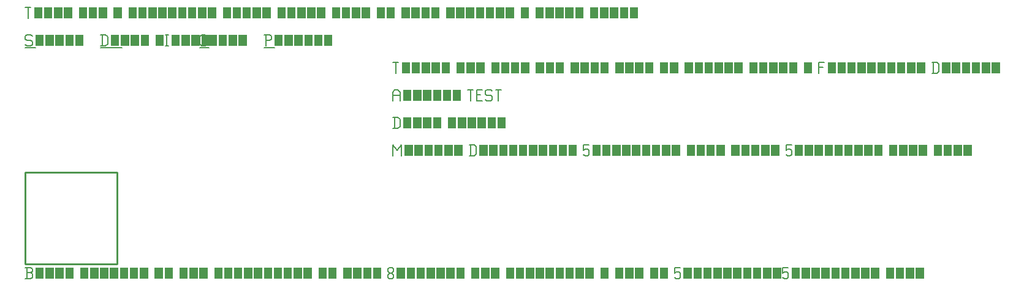
<source format=gbr>
G04 start of page 6 for group -1 layer_idx 268435461 *
G04 Title: one line per each type of copper layer, <virtual group> *
G04 Creator: <version>
G04 CreationDate: <date>
G04 For: TEST *
G04 Format: Gerber/RS-274X *
G04 PCB-Dimensions: 50000 50000 *
G04 PCB-Coordinate-Origin: lower left *
%MOIN*%
%FSLAX25Y25*%
%LNLOGICAL_VIRTUAL_FAB_NONE*%
%ADD17C,0.0100*%
%ADD16C,0.0001*%
%ADD15C,0.0060*%
G54D15*X3000Y125000D02*X3750Y124250D01*
X750Y125000D02*X3000D01*
X0Y124250D02*X750Y125000D01*
X0Y124250D02*Y122750D01*
X750Y122000D01*
X3000D01*
X3750Y121250D01*
Y119750D01*
X3000Y119000D02*X3750Y119750D01*
X750Y119000D02*X3000D01*
X0Y119750D02*X750Y119000D01*
G54D16*G36*
X5550Y125000D02*X10050D01*
Y119000D01*
X5550D01*
Y125000D01*
G37*
G36*
X10950D02*X15450D01*
Y119000D01*
X10950D01*
Y125000D01*
G37*
G36*
X16350D02*X20850D01*
Y119000D01*
X16350D01*
Y125000D01*
G37*
G36*
X21750D02*X26250D01*
Y119000D01*
X21750D01*
Y125000D01*
G37*
G36*
X27150D02*X31650D01*
Y119000D01*
X27150D01*
Y125000D01*
G37*
G54D15*X0Y118000D02*X5550D01*
X41750Y125000D02*Y119000D01*
X43700Y125000D02*X44750Y123950D01*
Y120050D01*
X43700Y119000D02*X44750Y120050D01*
X41000Y119000D02*X43700D01*
X41000Y125000D02*X43700D01*
G54D16*G36*
X46550D02*X51050D01*
Y119000D01*
X46550D01*
Y125000D01*
G37*
G36*
X51950D02*X56450D01*
Y119000D01*
X51950D01*
Y125000D01*
G37*
G36*
X57350D02*X61850D01*
Y119000D01*
X57350D01*
Y125000D01*
G37*
G36*
X62750D02*X67250D01*
Y119000D01*
X62750D01*
Y125000D01*
G37*
G36*
X70850D02*X75350D01*
Y119000D01*
X70850D01*
Y125000D01*
G37*
G54D15*X76250D02*X77750D01*
X77000D02*Y119000D01*
X76250D02*X77750D01*
G54D16*G36*
X79550Y125000D02*X84050D01*
Y119000D01*
X79550D01*
Y125000D01*
G37*
G36*
X84950D02*X89450D01*
Y119000D01*
X84950D01*
Y125000D01*
G37*
G36*
X90350D02*X94850D01*
Y119000D01*
X90350D01*
Y125000D01*
G37*
G36*
X95750D02*X100250D01*
Y119000D01*
X95750D01*
Y125000D01*
G37*
G54D15*X41000Y118000D02*X52550D01*
X96050Y119000D02*X98000D01*
X95000Y120050D02*X96050Y119000D01*
X95000Y123950D02*Y120050D01*
Y123950D02*X96050Y125000D01*
X98000D01*
G54D16*G36*
X99800D02*X104300D01*
Y119000D01*
X99800D01*
Y125000D01*
G37*
G36*
X105200D02*X109700D01*
Y119000D01*
X105200D01*
Y125000D01*
G37*
G36*
X110600D02*X115100D01*
Y119000D01*
X110600D01*
Y125000D01*
G37*
G36*
X116000D02*X120500D01*
Y119000D01*
X116000D01*
Y125000D01*
G37*
G54D15*X95000Y118000D02*X99800D01*
X130750Y125000D02*Y119000D01*
X130000Y125000D02*X133000D01*
X133750Y124250D01*
Y122750D01*
X133000Y122000D02*X133750Y122750D01*
X130750Y122000D02*X133000D01*
G54D16*G36*
X135550Y125000D02*X140050D01*
Y119000D01*
X135550D01*
Y125000D01*
G37*
G36*
X140950D02*X145450D01*
Y119000D01*
X140950D01*
Y125000D01*
G37*
G36*
X146350D02*X150850D01*
Y119000D01*
X146350D01*
Y125000D01*
G37*
G36*
X151750D02*X156250D01*
Y119000D01*
X151750D01*
Y125000D01*
G37*
G36*
X157150D02*X161650D01*
Y119000D01*
X157150D01*
Y125000D01*
G37*
G36*
X162550D02*X167050D01*
Y119000D01*
X162550D01*
Y125000D01*
G37*
G54D15*X130000Y118000D02*X135550D01*
X0Y140000D02*X3000D01*
X1500D02*Y134000D01*
G54D16*G36*
X4800Y140000D02*X9300D01*
Y134000D01*
X4800D01*
Y140000D01*
G37*
G36*
X10200D02*X14700D01*
Y134000D01*
X10200D01*
Y140000D01*
G37*
G36*
X15600D02*X20100D01*
Y134000D01*
X15600D01*
Y140000D01*
G37*
G36*
X21000D02*X25500D01*
Y134000D01*
X21000D01*
Y140000D01*
G37*
G36*
X29100D02*X33600D01*
Y134000D01*
X29100D01*
Y140000D01*
G37*
G36*
X34500D02*X39000D01*
Y134000D01*
X34500D01*
Y140000D01*
G37*
G36*
X39900D02*X44400D01*
Y134000D01*
X39900D01*
Y140000D01*
G37*
G36*
X48000D02*X52500D01*
Y134000D01*
X48000D01*
Y140000D01*
G37*
G36*
X56100D02*X60600D01*
Y134000D01*
X56100D01*
Y140000D01*
G37*
G36*
X61500D02*X66000D01*
Y134000D01*
X61500D01*
Y140000D01*
G37*
G36*
X66900D02*X71400D01*
Y134000D01*
X66900D01*
Y140000D01*
G37*
G36*
X72300D02*X76800D01*
Y134000D01*
X72300D01*
Y140000D01*
G37*
G36*
X77700D02*X82200D01*
Y134000D01*
X77700D01*
Y140000D01*
G37*
G36*
X83100D02*X87600D01*
Y134000D01*
X83100D01*
Y140000D01*
G37*
G36*
X88500D02*X93000D01*
Y134000D01*
X88500D01*
Y140000D01*
G37*
G36*
X93900D02*X98400D01*
Y134000D01*
X93900D01*
Y140000D01*
G37*
G36*
X99300D02*X103800D01*
Y134000D01*
X99300D01*
Y140000D01*
G37*
G36*
X107400D02*X111900D01*
Y134000D01*
X107400D01*
Y140000D01*
G37*
G36*
X112800D02*X117300D01*
Y134000D01*
X112800D01*
Y140000D01*
G37*
G36*
X118200D02*X122700D01*
Y134000D01*
X118200D01*
Y140000D01*
G37*
G36*
X123600D02*X128100D01*
Y134000D01*
X123600D01*
Y140000D01*
G37*
G36*
X129000D02*X133500D01*
Y134000D01*
X129000D01*
Y140000D01*
G37*
G36*
X137100D02*X141600D01*
Y134000D01*
X137100D01*
Y140000D01*
G37*
G36*
X142500D02*X147000D01*
Y134000D01*
X142500D01*
Y140000D01*
G37*
G36*
X147900D02*X152400D01*
Y134000D01*
X147900D01*
Y140000D01*
G37*
G36*
X153300D02*X157800D01*
Y134000D01*
X153300D01*
Y140000D01*
G37*
G36*
X158700D02*X163200D01*
Y134000D01*
X158700D01*
Y140000D01*
G37*
G36*
X166800D02*X171300D01*
Y134000D01*
X166800D01*
Y140000D01*
G37*
G36*
X172200D02*X176700D01*
Y134000D01*
X172200D01*
Y140000D01*
G37*
G36*
X177600D02*X182100D01*
Y134000D01*
X177600D01*
Y140000D01*
G37*
G36*
X183000D02*X187500D01*
Y134000D01*
X183000D01*
Y140000D01*
G37*
G36*
X191100D02*X195600D01*
Y134000D01*
X191100D01*
Y140000D01*
G37*
G36*
X196500D02*X201000D01*
Y134000D01*
X196500D01*
Y140000D01*
G37*
G36*
X204600D02*X209100D01*
Y134000D01*
X204600D01*
Y140000D01*
G37*
G36*
X210000D02*X214500D01*
Y134000D01*
X210000D01*
Y140000D01*
G37*
G36*
X215400D02*X219900D01*
Y134000D01*
X215400D01*
Y140000D01*
G37*
G36*
X220800D02*X225300D01*
Y134000D01*
X220800D01*
Y140000D01*
G37*
G36*
X228900D02*X233400D01*
Y134000D01*
X228900D01*
Y140000D01*
G37*
G36*
X234300D02*X238800D01*
Y134000D01*
X234300D01*
Y140000D01*
G37*
G36*
X239700D02*X244200D01*
Y134000D01*
X239700D01*
Y140000D01*
G37*
G36*
X245100D02*X249600D01*
Y134000D01*
X245100D01*
Y140000D01*
G37*
G36*
X250500D02*X255000D01*
Y134000D01*
X250500D01*
Y140000D01*
G37*
G36*
X255900D02*X260400D01*
Y134000D01*
X255900D01*
Y140000D01*
G37*
G36*
X261300D02*X265800D01*
Y134000D01*
X261300D01*
Y140000D01*
G37*
G36*
X269400D02*X273900D01*
Y134000D01*
X269400D01*
Y140000D01*
G37*
G36*
X277500D02*X282000D01*
Y134000D01*
X277500D01*
Y140000D01*
G37*
G36*
X282900D02*X287400D01*
Y134000D01*
X282900D01*
Y140000D01*
G37*
G36*
X288300D02*X292800D01*
Y134000D01*
X288300D01*
Y140000D01*
G37*
G36*
X293700D02*X298200D01*
Y134000D01*
X293700D01*
Y140000D01*
G37*
G36*
X299100D02*X303600D01*
Y134000D01*
X299100D01*
Y140000D01*
G37*
G36*
X307200D02*X311700D01*
Y134000D01*
X307200D01*
Y140000D01*
G37*
G36*
X312600D02*X317100D01*
Y134000D01*
X312600D01*
Y140000D01*
G37*
G36*
X318000D02*X322500D01*
Y134000D01*
X318000D01*
Y140000D01*
G37*
G36*
X323400D02*X327900D01*
Y134000D01*
X323400D01*
Y140000D01*
G37*
G36*
X328800D02*X333300D01*
Y134000D01*
X328800D01*
Y140000D01*
G37*
G54D17*X0Y50000D02*X50000D01*
X0D02*Y0D01*
X50000Y50000D02*Y0D01*
X0D02*X50000D01*
G54D15*X200000Y65000D02*Y59000D01*
Y65000D02*X202250Y62000D01*
X204500Y65000D01*
Y59000D01*
G54D16*G36*
X206300Y65000D02*X210800D01*
Y59000D01*
X206300D01*
Y65000D01*
G37*
G36*
X211700D02*X216200D01*
Y59000D01*
X211700D01*
Y65000D01*
G37*
G36*
X217100D02*X221600D01*
Y59000D01*
X217100D01*
Y65000D01*
G37*
G36*
X222500D02*X227000D01*
Y59000D01*
X222500D01*
Y65000D01*
G37*
G36*
X227900D02*X232400D01*
Y59000D01*
X227900D01*
Y65000D01*
G37*
G36*
X233300D02*X237800D01*
Y59000D01*
X233300D01*
Y65000D01*
G37*
G54D15*X242150D02*Y59000D01*
X244100Y65000D02*X245150Y63950D01*
Y60050D01*
X244100Y59000D02*X245150Y60050D01*
X241400Y59000D02*X244100D01*
X241400Y65000D02*X244100D01*
G54D16*G36*
X246950D02*X251450D01*
Y59000D01*
X246950D01*
Y65000D01*
G37*
G36*
X252350D02*X256850D01*
Y59000D01*
X252350D01*
Y65000D01*
G37*
G36*
X257750D02*X262250D01*
Y59000D01*
X257750D01*
Y65000D01*
G37*
G36*
X263150D02*X267650D01*
Y59000D01*
X263150D01*
Y65000D01*
G37*
G36*
X268550D02*X273050D01*
Y59000D01*
X268550D01*
Y65000D01*
G37*
G36*
X273950D02*X278450D01*
Y59000D01*
X273950D01*
Y65000D01*
G37*
G36*
X279350D02*X283850D01*
Y59000D01*
X279350D01*
Y65000D01*
G37*
G36*
X284750D02*X289250D01*
Y59000D01*
X284750D01*
Y65000D01*
G37*
G36*
X290150D02*X294650D01*
Y59000D01*
X290150D01*
Y65000D01*
G37*
G36*
X295550D02*X300050D01*
Y59000D01*
X295550D01*
Y65000D01*
G37*
G54D15*X303650D02*X306650D01*
X303650D02*Y62000D01*
X304400Y62750D01*
X305900D01*
X306650Y62000D01*
Y59750D01*
X305900Y59000D02*X306650Y59750D01*
X304400Y59000D02*X305900D01*
X303650Y59750D02*X304400Y59000D01*
G54D16*G36*
X308450Y65000D02*X312950D01*
Y59000D01*
X308450D01*
Y65000D01*
G37*
G36*
X313850D02*X318350D01*
Y59000D01*
X313850D01*
Y65000D01*
G37*
G36*
X319250D02*X323750D01*
Y59000D01*
X319250D01*
Y65000D01*
G37*
G36*
X324650D02*X329150D01*
Y59000D01*
X324650D01*
Y65000D01*
G37*
G36*
X330050D02*X334550D01*
Y59000D01*
X330050D01*
Y65000D01*
G37*
G36*
X335450D02*X339950D01*
Y59000D01*
X335450D01*
Y65000D01*
G37*
G36*
X340850D02*X345350D01*
Y59000D01*
X340850D01*
Y65000D01*
G37*
G36*
X346250D02*X350750D01*
Y59000D01*
X346250D01*
Y65000D01*
G37*
G36*
X351650D02*X356150D01*
Y59000D01*
X351650D01*
Y65000D01*
G37*
G36*
X359750D02*X364250D01*
Y59000D01*
X359750D01*
Y65000D01*
G37*
G36*
X365150D02*X369650D01*
Y59000D01*
X365150D01*
Y65000D01*
G37*
G36*
X370550D02*X375050D01*
Y59000D01*
X370550D01*
Y65000D01*
G37*
G36*
X375950D02*X380450D01*
Y59000D01*
X375950D01*
Y65000D01*
G37*
G36*
X384050D02*X388550D01*
Y59000D01*
X384050D01*
Y65000D01*
G37*
G36*
X389450D02*X393950D01*
Y59000D01*
X389450D01*
Y65000D01*
G37*
G36*
X394850D02*X399350D01*
Y59000D01*
X394850D01*
Y65000D01*
G37*
G36*
X400250D02*X404750D01*
Y59000D01*
X400250D01*
Y65000D01*
G37*
G36*
X405650D02*X410150D01*
Y59000D01*
X405650D01*
Y65000D01*
G37*
G54D15*X413750D02*X416750D01*
X413750D02*Y62000D01*
X414500Y62750D01*
X416000D01*
X416750Y62000D01*
Y59750D01*
X416000Y59000D02*X416750Y59750D01*
X414500Y59000D02*X416000D01*
X413750Y59750D02*X414500Y59000D01*
G54D16*G36*
X418550Y65000D02*X423050D01*
Y59000D01*
X418550D01*
Y65000D01*
G37*
G36*
X423950D02*X428450D01*
Y59000D01*
X423950D01*
Y65000D01*
G37*
G36*
X429350D02*X433850D01*
Y59000D01*
X429350D01*
Y65000D01*
G37*
G36*
X434750D02*X439250D01*
Y59000D01*
X434750D01*
Y65000D01*
G37*
G36*
X440150D02*X444650D01*
Y59000D01*
X440150D01*
Y65000D01*
G37*
G36*
X445550D02*X450050D01*
Y59000D01*
X445550D01*
Y65000D01*
G37*
G36*
X450950D02*X455450D01*
Y59000D01*
X450950D01*
Y65000D01*
G37*
G36*
X456350D02*X460850D01*
Y59000D01*
X456350D01*
Y65000D01*
G37*
G36*
X461750D02*X466250D01*
Y59000D01*
X461750D01*
Y65000D01*
G37*
G36*
X469850D02*X474350D01*
Y59000D01*
X469850D01*
Y65000D01*
G37*
G36*
X475250D02*X479750D01*
Y59000D01*
X475250D01*
Y65000D01*
G37*
G36*
X480650D02*X485150D01*
Y59000D01*
X480650D01*
Y65000D01*
G37*
G36*
X486050D02*X490550D01*
Y59000D01*
X486050D01*
Y65000D01*
G37*
G36*
X494150D02*X498650D01*
Y59000D01*
X494150D01*
Y65000D01*
G37*
G36*
X499550D02*X504050D01*
Y59000D01*
X499550D01*
Y65000D01*
G37*
G36*
X504950D02*X509450D01*
Y59000D01*
X504950D01*
Y65000D01*
G37*
G36*
X510350D02*X514850D01*
Y59000D01*
X510350D01*
Y65000D01*
G37*
G54D15*X0Y-8000D02*X3000D01*
X3750Y-7250D01*
Y-5450D02*Y-7250D01*
X3000Y-4700D02*X3750Y-5450D01*
X750Y-4700D02*X3000D01*
X750Y-2000D02*Y-8000D01*
X0Y-2000D02*X3000D01*
X3750Y-2750D01*
Y-3950D01*
X3000Y-4700D02*X3750Y-3950D01*
G54D16*G36*
X5550Y-2000D02*X10050D01*
Y-8000D01*
X5550D01*
Y-2000D01*
G37*
G36*
X10950D02*X15450D01*
Y-8000D01*
X10950D01*
Y-2000D01*
G37*
G36*
X16350D02*X20850D01*
Y-8000D01*
X16350D01*
Y-2000D01*
G37*
G36*
X21750D02*X26250D01*
Y-8000D01*
X21750D01*
Y-2000D01*
G37*
G36*
X29850D02*X34350D01*
Y-8000D01*
X29850D01*
Y-2000D01*
G37*
G36*
X35250D02*X39750D01*
Y-8000D01*
X35250D01*
Y-2000D01*
G37*
G36*
X40650D02*X45150D01*
Y-8000D01*
X40650D01*
Y-2000D01*
G37*
G36*
X46050D02*X50550D01*
Y-8000D01*
X46050D01*
Y-2000D01*
G37*
G36*
X51450D02*X55950D01*
Y-8000D01*
X51450D01*
Y-2000D01*
G37*
G36*
X56850D02*X61350D01*
Y-8000D01*
X56850D01*
Y-2000D01*
G37*
G36*
X62250D02*X66750D01*
Y-8000D01*
X62250D01*
Y-2000D01*
G37*
G36*
X70350D02*X74850D01*
Y-8000D01*
X70350D01*
Y-2000D01*
G37*
G36*
X75750D02*X80250D01*
Y-8000D01*
X75750D01*
Y-2000D01*
G37*
G36*
X83850D02*X88350D01*
Y-8000D01*
X83850D01*
Y-2000D01*
G37*
G36*
X89250D02*X93750D01*
Y-8000D01*
X89250D01*
Y-2000D01*
G37*
G36*
X94650D02*X99150D01*
Y-8000D01*
X94650D01*
Y-2000D01*
G37*
G36*
X102750D02*X107250D01*
Y-8000D01*
X102750D01*
Y-2000D01*
G37*
G36*
X108150D02*X112650D01*
Y-8000D01*
X108150D01*
Y-2000D01*
G37*
G36*
X113550D02*X118050D01*
Y-8000D01*
X113550D01*
Y-2000D01*
G37*
G36*
X118950D02*X123450D01*
Y-8000D01*
X118950D01*
Y-2000D01*
G37*
G36*
X124350D02*X128850D01*
Y-8000D01*
X124350D01*
Y-2000D01*
G37*
G36*
X129750D02*X134250D01*
Y-8000D01*
X129750D01*
Y-2000D01*
G37*
G36*
X135150D02*X139650D01*
Y-8000D01*
X135150D01*
Y-2000D01*
G37*
G36*
X140550D02*X145050D01*
Y-8000D01*
X140550D01*
Y-2000D01*
G37*
G36*
X145950D02*X150450D01*
Y-8000D01*
X145950D01*
Y-2000D01*
G37*
G36*
X151350D02*X155850D01*
Y-8000D01*
X151350D01*
Y-2000D01*
G37*
G36*
X159450D02*X163950D01*
Y-8000D01*
X159450D01*
Y-2000D01*
G37*
G36*
X164850D02*X169350D01*
Y-8000D01*
X164850D01*
Y-2000D01*
G37*
G36*
X172950D02*X177450D01*
Y-8000D01*
X172950D01*
Y-2000D01*
G37*
G36*
X178350D02*X182850D01*
Y-8000D01*
X178350D01*
Y-2000D01*
G37*
G36*
X183750D02*X188250D01*
Y-8000D01*
X183750D01*
Y-2000D01*
G37*
G36*
X189150D02*X193650D01*
Y-8000D01*
X189150D01*
Y-2000D01*
G37*
G54D15*X197250Y-7250D02*X198000Y-8000D01*
X197250Y-6050D02*Y-7250D01*
Y-6050D02*X198300Y-5000D01*
X199200D01*
X200250Y-6050D01*
Y-7250D01*
X199500Y-8000D02*X200250Y-7250D01*
X198000Y-8000D02*X199500D01*
X197250Y-3950D02*X198300Y-5000D01*
X197250Y-2750D02*Y-3950D01*
Y-2750D02*X198000Y-2000D01*
X199500D01*
X200250Y-2750D01*
Y-3950D01*
X199200Y-5000D02*X200250Y-3950D01*
G54D16*G36*
X202050Y-2000D02*X206550D01*
Y-8000D01*
X202050D01*
Y-2000D01*
G37*
G36*
X207450D02*X211950D01*
Y-8000D01*
X207450D01*
Y-2000D01*
G37*
G36*
X212850D02*X217350D01*
Y-8000D01*
X212850D01*
Y-2000D01*
G37*
G36*
X218250D02*X222750D01*
Y-8000D01*
X218250D01*
Y-2000D01*
G37*
G36*
X223650D02*X228150D01*
Y-8000D01*
X223650D01*
Y-2000D01*
G37*
G36*
X229050D02*X233550D01*
Y-8000D01*
X229050D01*
Y-2000D01*
G37*
G36*
X234450D02*X238950D01*
Y-8000D01*
X234450D01*
Y-2000D01*
G37*
G36*
X242550D02*X247050D01*
Y-8000D01*
X242550D01*
Y-2000D01*
G37*
G36*
X247950D02*X252450D01*
Y-8000D01*
X247950D01*
Y-2000D01*
G37*
G36*
X253350D02*X257850D01*
Y-8000D01*
X253350D01*
Y-2000D01*
G37*
G36*
X261450D02*X265950D01*
Y-8000D01*
X261450D01*
Y-2000D01*
G37*
G36*
X266850D02*X271350D01*
Y-8000D01*
X266850D01*
Y-2000D01*
G37*
G36*
X272250D02*X276750D01*
Y-8000D01*
X272250D01*
Y-2000D01*
G37*
G36*
X277650D02*X282150D01*
Y-8000D01*
X277650D01*
Y-2000D01*
G37*
G36*
X283050D02*X287550D01*
Y-8000D01*
X283050D01*
Y-2000D01*
G37*
G36*
X288450D02*X292950D01*
Y-8000D01*
X288450D01*
Y-2000D01*
G37*
G36*
X293850D02*X298350D01*
Y-8000D01*
X293850D01*
Y-2000D01*
G37*
G36*
X299250D02*X303750D01*
Y-8000D01*
X299250D01*
Y-2000D01*
G37*
G36*
X304650D02*X309150D01*
Y-8000D01*
X304650D01*
Y-2000D01*
G37*
G36*
X312750D02*X317250D01*
Y-8000D01*
X312750D01*
Y-2000D01*
G37*
G36*
X320850D02*X325350D01*
Y-8000D01*
X320850D01*
Y-2000D01*
G37*
G36*
X326250D02*X330750D01*
Y-8000D01*
X326250D01*
Y-2000D01*
G37*
G36*
X331650D02*X336150D01*
Y-8000D01*
X331650D01*
Y-2000D01*
G37*
G36*
X339750D02*X344250D01*
Y-8000D01*
X339750D01*
Y-2000D01*
G37*
G36*
X345150D02*X349650D01*
Y-8000D01*
X345150D01*
Y-2000D01*
G37*
G54D15*X353250D02*X356250D01*
X353250D02*Y-5000D01*
X354000Y-4250D01*
X355500D01*
X356250Y-5000D01*
Y-7250D01*
X355500Y-8000D02*X356250Y-7250D01*
X354000Y-8000D02*X355500D01*
X353250Y-7250D02*X354000Y-8000D01*
G54D16*G36*
X358050Y-2000D02*X362550D01*
Y-8000D01*
X358050D01*
Y-2000D01*
G37*
G36*
X363450D02*X367950D01*
Y-8000D01*
X363450D01*
Y-2000D01*
G37*
G36*
X368850D02*X373350D01*
Y-8000D01*
X368850D01*
Y-2000D01*
G37*
G36*
X374250D02*X378750D01*
Y-8000D01*
X374250D01*
Y-2000D01*
G37*
G36*
X379650D02*X384150D01*
Y-8000D01*
X379650D01*
Y-2000D01*
G37*
G36*
X385050D02*X389550D01*
Y-8000D01*
X385050D01*
Y-2000D01*
G37*
G36*
X390450D02*X394950D01*
Y-8000D01*
X390450D01*
Y-2000D01*
G37*
G36*
X395850D02*X400350D01*
Y-8000D01*
X395850D01*
Y-2000D01*
G37*
G36*
X401250D02*X405750D01*
Y-8000D01*
X401250D01*
Y-2000D01*
G37*
G36*
X406650D02*X411150D01*
Y-8000D01*
X406650D01*
Y-2000D01*
G37*
G54D15*X412050D02*X415050D01*
X412050D02*Y-5000D01*
X412800Y-4250D01*
X414300D01*
X415050Y-5000D01*
Y-7250D01*
X414300Y-8000D02*X415050Y-7250D01*
X412800Y-8000D02*X414300D01*
X412050Y-7250D02*X412800Y-8000D01*
G54D16*G36*
X416850Y-2000D02*X421350D01*
Y-8000D01*
X416850D01*
Y-2000D01*
G37*
G36*
X422250D02*X426750D01*
Y-8000D01*
X422250D01*
Y-2000D01*
G37*
G36*
X427650D02*X432150D01*
Y-8000D01*
X427650D01*
Y-2000D01*
G37*
G36*
X433050D02*X437550D01*
Y-8000D01*
X433050D01*
Y-2000D01*
G37*
G36*
X438450D02*X442950D01*
Y-8000D01*
X438450D01*
Y-2000D01*
G37*
G36*
X443850D02*X448350D01*
Y-8000D01*
X443850D01*
Y-2000D01*
G37*
G36*
X449250D02*X453750D01*
Y-8000D01*
X449250D01*
Y-2000D01*
G37*
G36*
X454650D02*X459150D01*
Y-8000D01*
X454650D01*
Y-2000D01*
G37*
G36*
X460050D02*X464550D01*
Y-8000D01*
X460050D01*
Y-2000D01*
G37*
G36*
X468150D02*X472650D01*
Y-8000D01*
X468150D01*
Y-2000D01*
G37*
G36*
X473550D02*X478050D01*
Y-8000D01*
X473550D01*
Y-2000D01*
G37*
G36*
X478950D02*X483450D01*
Y-8000D01*
X478950D01*
Y-2000D01*
G37*
G36*
X484350D02*X488850D01*
Y-8000D01*
X484350D01*
Y-2000D01*
G37*
G54D15*X200750Y80000D02*Y74000D01*
X202700Y80000D02*X203750Y78950D01*
Y75050D01*
X202700Y74000D02*X203750Y75050D01*
X200000Y74000D02*X202700D01*
X200000Y80000D02*X202700D01*
G54D16*G36*
X205550D02*X210050D01*
Y74000D01*
X205550D01*
Y80000D01*
G37*
G36*
X210950D02*X215450D01*
Y74000D01*
X210950D01*
Y80000D01*
G37*
G36*
X216350D02*X220850D01*
Y74000D01*
X216350D01*
Y80000D01*
G37*
G36*
X221750D02*X226250D01*
Y74000D01*
X221750D01*
Y80000D01*
G37*
G36*
X229850D02*X234350D01*
Y74000D01*
X229850D01*
Y80000D01*
G37*
G36*
X235250D02*X239750D01*
Y74000D01*
X235250D01*
Y80000D01*
G37*
G36*
X240650D02*X245150D01*
Y74000D01*
X240650D01*
Y80000D01*
G37*
G36*
X246050D02*X250550D01*
Y74000D01*
X246050D01*
Y80000D01*
G37*
G36*
X251450D02*X255950D01*
Y74000D01*
X251450D01*
Y80000D01*
G37*
G36*
X256850D02*X261350D01*
Y74000D01*
X256850D01*
Y80000D01*
G37*
G54D15*X200000Y93500D02*Y89000D01*
Y93500D02*X201050Y95000D01*
X202700D01*
X203750Y93500D01*
Y89000D01*
X200000Y92000D02*X203750D01*
G54D16*G36*
X205550Y95000D02*X210050D01*
Y89000D01*
X205550D01*
Y95000D01*
G37*
G36*
X210950D02*X215450D01*
Y89000D01*
X210950D01*
Y95000D01*
G37*
G36*
X216350D02*X220850D01*
Y89000D01*
X216350D01*
Y95000D01*
G37*
G36*
X221750D02*X226250D01*
Y89000D01*
X221750D01*
Y95000D01*
G37*
G36*
X227150D02*X231650D01*
Y89000D01*
X227150D01*
Y95000D01*
G37*
G36*
X232550D02*X237050D01*
Y89000D01*
X232550D01*
Y95000D01*
G37*
G54D15*X240650D02*X243650D01*
X242150D02*Y89000D01*
X245450Y92300D02*X247700D01*
X245450Y89000D02*X248450D01*
X245450Y95000D02*Y89000D01*
Y95000D02*X248450D01*
X253250D02*X254000Y94250D01*
X251000Y95000D02*X253250D01*
X250250Y94250D02*X251000Y95000D01*
X250250Y94250D02*Y92750D01*
X251000Y92000D01*
X253250D01*
X254000Y91250D01*
Y89750D01*
X253250Y89000D02*X254000Y89750D01*
X251000Y89000D02*X253250D01*
X250250Y89750D02*X251000Y89000D01*
X255800Y95000D02*X258800D01*
X257300D02*Y89000D01*
X200000Y110000D02*X203000D01*
X201500D02*Y104000D01*
G54D16*G36*
X204800Y110000D02*X209300D01*
Y104000D01*
X204800D01*
Y110000D01*
G37*
G36*
X210200D02*X214700D01*
Y104000D01*
X210200D01*
Y110000D01*
G37*
G36*
X215600D02*X220100D01*
Y104000D01*
X215600D01*
Y110000D01*
G37*
G36*
X221000D02*X225500D01*
Y104000D01*
X221000D01*
Y110000D01*
G37*
G36*
X226400D02*X230900D01*
Y104000D01*
X226400D01*
Y110000D01*
G37*
G36*
X234500D02*X239000D01*
Y104000D01*
X234500D01*
Y110000D01*
G37*
G36*
X239900D02*X244400D01*
Y104000D01*
X239900D01*
Y110000D01*
G37*
G36*
X245300D02*X249800D01*
Y104000D01*
X245300D01*
Y110000D01*
G37*
G36*
X253400D02*X257900D01*
Y104000D01*
X253400D01*
Y110000D01*
G37*
G36*
X258800D02*X263300D01*
Y104000D01*
X258800D01*
Y110000D01*
G37*
G36*
X264200D02*X268700D01*
Y104000D01*
X264200D01*
Y110000D01*
G37*
G36*
X269600D02*X274100D01*
Y104000D01*
X269600D01*
Y110000D01*
G37*
G36*
X277700D02*X282200D01*
Y104000D01*
X277700D01*
Y110000D01*
G37*
G36*
X283100D02*X287600D01*
Y104000D01*
X283100D01*
Y110000D01*
G37*
G36*
X288500D02*X293000D01*
Y104000D01*
X288500D01*
Y110000D01*
G37*
G36*
X296600D02*X301100D01*
Y104000D01*
X296600D01*
Y110000D01*
G37*
G36*
X302000D02*X306500D01*
Y104000D01*
X302000D01*
Y110000D01*
G37*
G36*
X307400D02*X311900D01*
Y104000D01*
X307400D01*
Y110000D01*
G37*
G36*
X312800D02*X317300D01*
Y104000D01*
X312800D01*
Y110000D01*
G37*
G36*
X320900D02*X325400D01*
Y104000D01*
X320900D01*
Y110000D01*
G37*
G36*
X326300D02*X330800D01*
Y104000D01*
X326300D01*
Y110000D01*
G37*
G36*
X331700D02*X336200D01*
Y104000D01*
X331700D01*
Y110000D01*
G37*
G36*
X337100D02*X341600D01*
Y104000D01*
X337100D01*
Y110000D01*
G37*
G36*
X345200D02*X349700D01*
Y104000D01*
X345200D01*
Y110000D01*
G37*
G36*
X350600D02*X355100D01*
Y104000D01*
X350600D01*
Y110000D01*
G37*
G36*
X358700D02*X363200D01*
Y104000D01*
X358700D01*
Y110000D01*
G37*
G36*
X364100D02*X368600D01*
Y104000D01*
X364100D01*
Y110000D01*
G37*
G36*
X369500D02*X374000D01*
Y104000D01*
X369500D01*
Y110000D01*
G37*
G36*
X374900D02*X379400D01*
Y104000D01*
X374900D01*
Y110000D01*
G37*
G36*
X380300D02*X384800D01*
Y104000D01*
X380300D01*
Y110000D01*
G37*
G36*
X385700D02*X390200D01*
Y104000D01*
X385700D01*
Y110000D01*
G37*
G36*
X393800D02*X398300D01*
Y104000D01*
X393800D01*
Y110000D01*
G37*
G36*
X399200D02*X403700D01*
Y104000D01*
X399200D01*
Y110000D01*
G37*
G36*
X404600D02*X409100D01*
Y104000D01*
X404600D01*
Y110000D01*
G37*
G36*
X410000D02*X414500D01*
Y104000D01*
X410000D01*
Y110000D01*
G37*
G36*
X415400D02*X419900D01*
Y104000D01*
X415400D01*
Y110000D01*
G37*
G36*
X423500D02*X428000D01*
Y104000D01*
X423500D01*
Y110000D01*
G37*
G54D15*X431600D02*Y104000D01*
Y110000D02*X434600D01*
X431600Y107300D02*X433850D01*
G54D16*G36*
X436400Y110000D02*X440900D01*
Y104000D01*
X436400D01*
Y110000D01*
G37*
G36*
X441800D02*X446300D01*
Y104000D01*
X441800D01*
Y110000D01*
G37*
G36*
X447200D02*X451700D01*
Y104000D01*
X447200D01*
Y110000D01*
G37*
G36*
X452600D02*X457100D01*
Y104000D01*
X452600D01*
Y110000D01*
G37*
G36*
X458000D02*X462500D01*
Y104000D01*
X458000D01*
Y110000D01*
G37*
G36*
X463400D02*X467900D01*
Y104000D01*
X463400D01*
Y110000D01*
G37*
G36*
X468800D02*X473300D01*
Y104000D01*
X468800D01*
Y110000D01*
G37*
G36*
X474200D02*X478700D01*
Y104000D01*
X474200D01*
Y110000D01*
G37*
G36*
X479600D02*X484100D01*
Y104000D01*
X479600D01*
Y110000D01*
G37*
G36*
X485000D02*X489500D01*
Y104000D01*
X485000D01*
Y110000D01*
G37*
G54D15*X493850D02*Y104000D01*
X495800Y110000D02*X496850Y108950D01*
Y105050D01*
X495800Y104000D02*X496850Y105050D01*
X493100Y104000D02*X495800D01*
X493100Y110000D02*X495800D01*
G54D16*G36*
X498650D02*X503150D01*
Y104000D01*
X498650D01*
Y110000D01*
G37*
G36*
X504050D02*X508550D01*
Y104000D01*
X504050D01*
Y110000D01*
G37*
G36*
X509450D02*X513950D01*
Y104000D01*
X509450D01*
Y110000D01*
G37*
G36*
X514850D02*X519350D01*
Y104000D01*
X514850D01*
Y110000D01*
G37*
G36*
X520250D02*X524750D01*
Y104000D01*
X520250D01*
Y110000D01*
G37*
G36*
X525650D02*X530150D01*
Y104000D01*
X525650D01*
Y110000D01*
G37*
M02*

</source>
